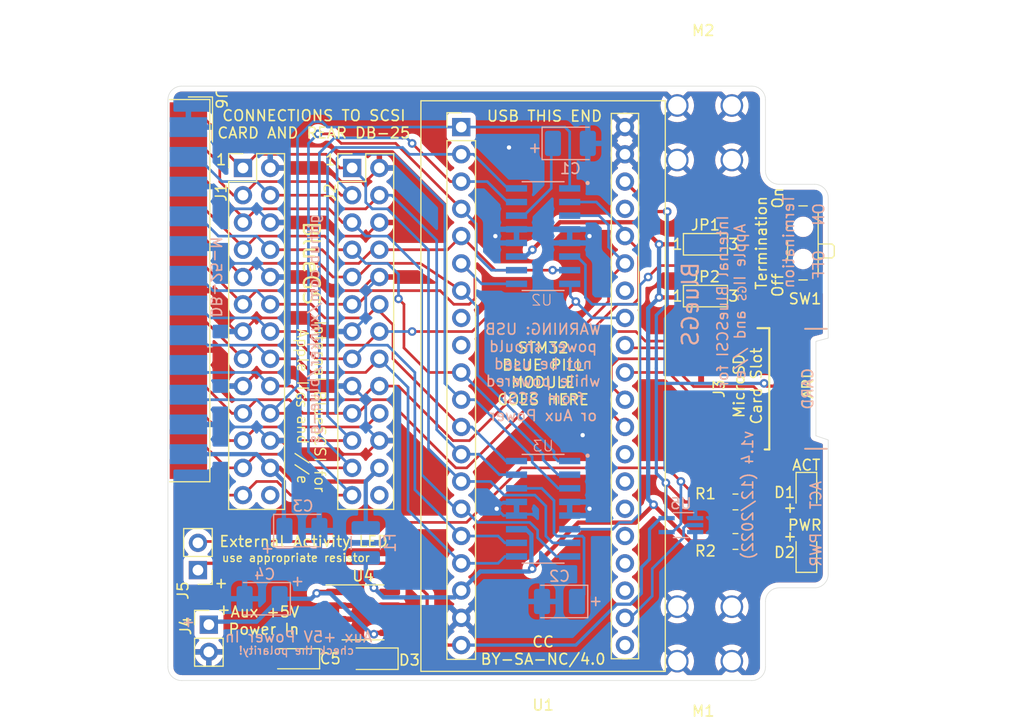
<source format=kicad_pcb>
(kicad_pcb (version 20211014) (generator pcbnew)
  (layers (0 "F.Cu" signal) (31 "B.Cu" signal) (34 "B.Paste" user) (35 "F.Paste" user) (36 "B.SilkS" user "B.Silkscreen") (37 "F.SilkS" user "F.Silkscreen") (38 "B.Mask" user) (39 "F.Mask" user) (44 "Edge.Cuts" user))
  (net 0 "")
  (net 12 "+5V")
  (net 13 "GND")
  (net 14 "/SCSI_DB4")
  (net 15 "/SCSI_DB2")
  (net 16 "/SCSI_DB1")
  (net 17 "/SCSI_DBP")
  (net 18 "/SCSI_SEL")
  (net 19 "/SCSI_ATN")
  (net 20 "/SCSI_C_D")
  (net 21 "/SCSI_DB7")
  (net 22 "/SCSI_DB6")
  (net 23 "/SCSI_DB5")
  (net 24 "/SCSI_DB3")
  (net 25 "/SCSI_DB0")
  (net 26 "/SCSI_BSY")
  (net 27 "/SCSI_ACK")
  (net 28 "/SCSI_RST")
  (net 29 "/SCSI_I_O")
  (net 30 "/SCSI_MSG")
  (net 31 "/SCSI_REQ")
  (net 32 "/SD_MISO")
  (net 33 "/SD_CSK")
  (net 34 "+3V3")
  (net 35 "/SD_MOSI")
  (net 36 "/SD_CS")
  (net 39 "Net-(D2-Pad2)")
  (net 40 "Net-(C1-Pad1)")
  (net 41 "Net-(C2-Pad1)")
  (net 42 "/TERM_DISC")
  (net 43 "Net-(D1-Pad1)")
  (net 44 "/DEBUG_RX")
  (net 45 "/DEBUG_TX")
  (net 46 "/+5V_AUX")
  (net 47 "Net-(C5-Pad1)")
  (net 48 "/TERM_EN")
  (net 49 "/TERM_DIS")
  (net 50 "/DISK_ACT")
  (net 51 "/SCSI_TERMPWR")
  (net 52 "Net-(D1-Pad2)")
  (footprint "my library:YAAJ_BluePill_2" (layer "F.Cu") (at 152.4 50.8)
    (fp_text reference "U1")
    (fp_text value "YAAJ_BluePill" hide)
  )
  (footprint "Button_Switch_SMD:SW_SPDT_PCM12" (layer "F.Cu") (at 183.896 61.595 90)
    (fp_text reference "SW1")
    (fp_text value "SW_SPDT")
  )
  (footprint "Resistor_SMD:R_0805_2012Metric_Pad1.20x1.40mm_HandSolder" (layer "F.Cu") (at 177.927 89.408 180)
    (fp_text reference "R2")
    (fp_text value "1K")
  )
  (footprint "LED_SMD:LED_0805_2012Metric_Pad1.15x1.40mm_HandSolder" (layer "F.Cu") (at 184.531 84.836 -90)
    (fp_text reference "D1")
    (fp_text value "LED")
  )
  (footprint "Jumper:SolderJumper-3_P1.3mm_Open_Pad1.0x1.5mm_NumberLabels" (layer "F.Cu") (at 175.133 66.548)
    (fp_text reference "JP2")
    (fp_text value "Jumper_3_Open")
  )
  (footprint "Jumper:SolderJumper-3_P1.3mm_Open_Pad1.0x1.5mm_NumberLabels" (layer "F.Cu") (at 175.133 61.722)
    (fp_text reference "JP1")
    (fp_text value "Jumper_3_Open")
  )
  (footprint "Resistor_SMD:R_0805_2012Metric_Pad1.20x1.40mm_HandSolder" (layer "F.Cu") (at 177.927 85.725)
    (fp_text reference "R1")
    (fp_text value "100")
  )
  (footprint "Connector_PinHeader_2.54mm:PinHeader_2x13_P2.54mm_Vertical" (layer "F.Cu") (at 132.08 54.61)
    (fp_text reference "J1")
    (fp_text value "Conn_02x13_Odd_Even")
  )
  (footprint "Connector_PinHeader_2.54mm:PinHeader_2x13_P2.54mm_Vertical" (layer "F.Cu") (at 142.24 54.61)
    (fp_text reference "J2")
    (fp_text value "Conn_02x13_Odd_Even")
  )
  (footprint "Connector_PinHeader_2.54mm:PinHeader_1x02_P2.54mm_Vertical" (layer "F.Cu") (at 128.905 97.155)
    (fp_text reference "J4")
    (fp_text value "Conn_01x02_Male")
  )
  (footprint "Connector_PinHeader_2.54mm:PinHeader_1x02_P2.54mm_Vertical" (layer "F.Cu") (at 127.889 92.075 180)
    (fp_text reference "J5")
    (fp_text value "Conn_01x02_Male")
  )
  (footprint "my library:keystone-7774" (layer "F.Cu") (at 180.771 100.561 180)
    (fp_text reference "M1")
    (fp_text value "Screw_Terminal_01x01")
  )
  (footprint "my library:keystone-7774" (layer "F.Cu") (at 180.771 53.871 180)
    (fp_text reference "M2")
    (fp_text value "Screw_Terminal_01x01")
  )
  (footprint "LED_SMD:LED_0805_2012Metric_Pad1.15x1.40mm_HandSolder" (layer "F.Cu") (at 184.531 90.424 90)
    (fp_text reference "D2")
    (fp_text value "LED")
  )
  (footprint "Molex 105162-0001:105162-0001" (layer "F.Cu") (at 174.625 75.184 90)
    (fp_text reference "J3")
    (fp_text value "105162-0001")
  )
  (footprint "Connector_Dsub:DSUB-25_Male_EdgeMount_P2.77mm" (layer "F.Cu") (at 127 66.04 -90)
    (fp_text reference "J6")
    (fp_text value "DB25_Male")
  )
  (footprint "Diode_SMD:D_SOD-123" (layer "F.Cu") (at 144.272 100.33 180)
    (fp_text reference "D3")
    (fp_text value "Zener 5.6v")
  )
  (footprint "Capacitor_Tantalum_SMD:CP_EIA-3216-10_Kemet-I" (layer "F.Cu") (at 136.906 100.33 180)
    (fp_text reference "C5")
    (fp_text value "0.1uF")
  )
  (footprint "Package_SO:SOIC-8_3.9x4.9mm_P1.27mm" (layer "F.Cu") (at 143.256 96.012)
    (fp_text reference "U4")
    (fp_text value "UCC3916")
  )
  (footprint "Capacitor_Tantalum_SMD:CP_EIA-3528-21_Kemet-B_Pad1.50x2.35mm_HandSolder" (layer "B.Cu") (at 162.56 52.324)
    (fp_text reference "C1")
    (fp_text value "2.2uF, 6.3v")
  )
  (footprint "my library:SOIC127P600X175-16N" (layer "B.Cu") (at 160.02 86.36 180)
    (fp_text reference "U3")
    (fp_text value "UC560x, UCC56xx")
  )
  (footprint "Capacitor_Tantalum_SMD:CP_EIA-3528-21_Kemet-B_Pad1.50x2.35mm_HandSolder" (layer "B.Cu") (at 137.567 88.392)
    (fp_text reference "C3")
    (fp_text value "4.7uF, 6.3v")
  )
  (footprint "Capacitor_Tantalum_SMD:CP_EIA-3528-21_Kemet-B_Pad1.50x2.35mm_HandSolder" (layer "B.Cu") (at 161.544 94.996 180)
    (fp_text reference "C2")
    (fp_text value "2.2uF, 6.3v")
  )
  (footprint "my library:SOIC127P600X175-16N" (layer "B.Cu") (at 160.02 60.96 180)
    (fp_text reference "U2")
    (fp_text value "UC560x, UCC56xx")
  )
  (footprint "Fuse:Fuse_1210_3225Metric" (layer "B.Cu") (at 143.51 89.535 90)
    (fp_text reference "F1")
    (fp_text value "Fuse")
  )
  (footprint "Package_TO_SOT_SMD:SOT-353_SC-70-5_Handsoldering" (layer "B.Cu") (at 172.847 87.884 180)
    (fp_text reference "U5")
    (fp_text value "NL17SZ07DFT2G")
  )
  (footprint "Capacitor_Tantalum_SMD:CP_EIA-3528-21_Kemet-B_Pad1.50x2.35mm_HandSolder" (layer "B.Cu") (at 133.858 94.742 180)
    (fp_text reference "C4")
    (fp_text value "1uF")
  )
  (gr_line (start 184.404 69.596) (end 186.436 69.596) (layer "B.SilkS") (width 0.15))
  (gr_line (start 184.404 80.772) (end 186.436 80.772) (layer "B.SilkS") (width 0.15))
  (gr_line (start 184.404 80.772) (end 186.436 80.772) (layer "F.SilkS") (width 0.15))
  (gr_line (start 184.404 69.596) (end 186.436 69.596) (layer "F.SilkS") (width 0.15))
  (gr_line (start 186.563 79.9465) (end 186.563 92.456) (layer "Edge.Cuts") (width 0.05))
  (gr_line (start 125.095 101.092) (end 125.095 48.26) (layer "Edge.Cuts") (width 0.05))
  (gr_line (start 181.991 56.134) (end 185.293 56.134) (layer "Edge.Cuts") (width 0.05))
  (gr_line (start 180.721 94.996) (end 180.721 101.092) (layer "Edge.Cuts") (width 0.05))
  (gr_arc (start 185.293 56.134) (mid 186.191026 56.505974) (end 186.563 57.404) (layer "Edge.Cuts") (width 0.05))
  (gr_arc (start 186.563 92.456) (mid 186.191026 93.354026) (end 185.293 93.726) (layer "Edge.Cuts") (width 0.05))
  (gr_arc (start 181.991 56.134) (mid 181.092974 55.762026) (end 180.721 54.864) (layer "Edge.Cuts") (width 0.05))
  (gr_line (start 180.721 48.26) (end 180.721 54.864) (layer "Edge.Cuts") (width 0.05))
  (gr_arc (start 180.721 94.996) (mid 181.092974 94.097974) (end 181.991 93.726) (layer "Edge.Cuts") (width 0.05))
  (gr_line (start 181.991 93.726) (end 185.293 93.726) (layer "Edge.Cuts") (width 0.05))
  (gr_line (start 126.365 46.99) (end 179.451 46.99) (layer "Edge.Cuts") (width 0.05))
  (gr_line (start 179.451 102.362) (end 126.365 102.362) (layer "Edge.Cuts") (width 0.05))
  (gr_arc (start 126.365 102.362) (mid 125.466974 101.990026) (end 125.095 101.092) (layer "Edge.Cuts") (width 0.05))
  (gr_line (start 185.42 70.7644) (end 185.42 79.5655) (layer "Edge.Cuts") (width 0.05))
  (gr_arc (start 180.721 101.092) (mid 180.349026 101.990026) (end 179.451 102.362) (layer "Edge.Cuts") (width 0.05))
  (gr_arc (start 125.095 48.26) (mid 125.466974 47.361974) (end 126.365 46.99) (layer "Edge.Cuts") (width 0.05))
  (gr_line (start 186.563 57.404) (end 186.563 70.4596) (layer "Edge.Cuts") (width 0.05))
  (gr_line (start 185.42 70.7644) (end 186.563 70.4596) (layer "Edge.Cuts") (width 0.05))
  (gr_arc (start 179.451 46.99) (mid 180.349026 47.361974) (end 180.721 48.26) (layer "Edge.Cuts") (width 0.05))
  (gr_line (start 186.563 79.9465) (end 185.42 79.5655) (layer "Edge.Cuts") (width 0.05))
  (gr_text "ACT" (at 185.42 85.09 90) (layer "B.SilkS") (effects (font (size 1 1)) (justify mirror)))
  (gr_text "PWR" (at 185.42 90.17 90) (layer "B.SilkS") (effects (font (size 1 1)) (justify mirror)))
  (gr_text "ON   OFF" (at 185.674 61.468 90) (layer "B.SilkS") (effects (font (size 1 1)) (justify mirror)))
  (gr_text "github.com/xunker/blue-gs" (at 138.684 69.596 90) (layer "B.SilkS") (effects (font (size 1 1)) (justify mirror)))
  (gr_text "Internal BlueSCSI for\nApple II   and //e" (at 177.546 67.056 90) (layer "B.SilkS") (effects (font (size 1 1)) (justify mirror)))
  (gr_text "+" (at 134.366 90.17 -180) (layer "B.SilkS") (effects (font (size 1 1)) (justify mirror)))
  (gr_text "CARD" (at 184.658 75.184 90) (layer "B.SilkS") (effects (font (size 1 1)) (justify mirror)))
  (gr_text "Termination" (at 182.88 61.468 90) (layer "B.SilkS") (effects (font (size 1 1)) (justify mirror)))
  (gr_text "+" (at 137.16 93.218 -180) (layer "B.SilkS") (effects (font (size 1 1)) (justify mirror)))
  (gr_text "BlueGS" (at 173.736 67.31 90) (layer "B.SilkS") (effects (font (size 1.5 1.5) (thickness 0.2)) (justify mirror)))
  (gr_text "check the polarity!" (at 142.494 99.568) (layer "B.SilkS") (effects (font (size 0.75 0.75) (thickness 0.125)) (justify left mirror)))
  (gr_text "Aux +5V Power In" (at 130.302 98.298) (layer "B.SilkS") (effects (font (size 1 1)) (justify right mirror)))
  (gr_text "DB-25-M" (at 129.54 64.77 270) (layer "B.SilkS") (effects (font (size 1 1)) (justify mirror)))
  (gr_text "+" (at 159.258 52.705) (layer "B.SilkS") (effects (font (size 1 1)) (justify mirror)))
  (gr_text "+" (at 164.846 94.996 90) (layer "B.SilkS") (effects (font (size 1 1)) (justify mirror)))
  (gr_text "+" (at 127 97.028 -180) (layer "B.SilkS") (effects (font (size 1 1)) (justify mirror)))
  (gr_text "GS" (at 178.562 66.294 -270) (layer "B.SilkS") (effects (font (size 0.75 0.75) (thickness 0.125)) (justify mirror)))
  (gr_text "WARNING: USB\npower should\nnot be used\nwhile powered\nfrom SCSI\nor Aux Power" (at 160.02 73.66) (layer "B.SilkS") (effects (font (size 1 1)) (justify mirror)))
  (gr_text "v1.4 (12/2022)" (at 179.07 85.09 90) (layer "B.SilkS") (effects (font (size 1 1)) (justify mirror)))
  (gr_text "Aux +5V\nPower In" (at 137.414 96.774) (layer "F.SilkS") (effects (font (size 1 1)) (justify right)))
  (gr_text "BlueGS" (at 138.43 63.5 270) (layer "F.SilkS") (effects (font (size 1.5 1.5) (thickness 0.2))))
  (gr_text "+" (at 130.048 93.405 180) (layer "F.SilkS") (effects (font (size 1 1))))
  (gr_text "Internal BlueSCSI for\nApple II   and //e\n" (at 138.43 76.835 270) (layer "F.SilkS") (effects (font (size 1 1) (thickness 0.125))))
  (gr_text "PWR" (at 186.055 87.884) (layer "F.SilkS") (effects (font (size 1 1)) (justify right)))
  (gr_text "External Activity LED" (at 129.794 89.408) (layer "F.SilkS") (effects (font (size 1 1)) (justify left)))
  (gr_text "+" (at 183.007 88.9) (layer "F.SilkS") (effects (font (size 1 1))))
  (gr_text "MicroSD\nCard Slot" (at 179.07 74.93 90) (layer "F.SilkS") (effects (font (size 1 1))))
  (gr_text "CARD" (at 184.658 75.184 90) (layer "F.SilkS") (effects (font (size 1 1))))
  (gr_text "CONNECTIONS TO SCSI\nCARD AND REAR DB-25" (at 138.684 50.546) (layer "F.SilkS") (effects (font (size 1 1))))
  (gr_text "On" (at 181.864 57.404 90) (layer "F.SilkS") (effects (font (size 1 1))))
  (gr_text "Termination" (at 180.34 61.595 90) (layer "F.SilkS") (effects (font (size 1 1))))
  (gr_text "STM32\nBLUE PILL\nMODULE\nGOES HERE" (at 160.02 73.787) (layer "F.SilkS") (effects (font (size 1 1))))
  (gr_text "USB THIS END" (at 160.147 49.784) (layer "F.SilkS") (effects (font (size 1 1))))
  (gr_text "CC\nBY-SA-NC/4.0" (at 160.02 99.568) (layer "F.SilkS") (effects (font (size 1 1))))
  (gr_text "use appropriate resistor" (at 130.048 90.932) (layer "F.SilkS") (effects (font (size 0.75 0.75) (thickness 0.125)) (justify left)))
  (gr_text "+" (at 130.302 95.885 180) (layer "F.SilkS") (effects (font (size 1 1))))
  (gr_text "+" (at 183.007 86.233) (layer "F.SilkS") (effects (font (size 1 1))))
  (gr_text "1" (at 130.048 53.848) (layer "F.SilkS") (effects (font (size 1 1))))
  (gr_text "GS" (at 137.414 76.2 270) (layer "F.SilkS") (effects (font (size 0.75 0.75) (thickness 0.125))))
  (gr_text "ACT" (at 185.928 82.296) (layer "F.SilkS") (effects (font (size 1 1)) (justify right)))
  (gr_text "1" (at 140.208 53.848) (layer "F.SilkS") (effects (font (size 1 1))))
  (gr_text "Off" (at 181.864 65.532 90) (layer "F.SilkS") (effects (font (size 1 1))))
  (segment (start 173.736 89.408) (end 170.307 85.979) (width 0.4) (layer "F.Cu") (net 12))
  (segment (start 159.02532 62.233641) (end 161.58796 59.671001) (width 0.4) (layer "F.Cu") (net 12))
  (segment (start 163.301511 87.650489) (end 168.635511 87.650489) (width 0.4) (layer "F.Cu") (net 12))
  (segment (start 159.004 91.948) (end 163.301511 87.650489) (width 0.4) (layer "F.Cu") (net 12))
  (segment (start 144.653 94.107) (end 145.731 94.107) (width 0.4) (layer "F.Cu") (net 12))
  (segment (start 176.927 89.408) (end 173.736 89.408) (width 0.4) (layer "F.Cu") (net 12))
  (segment (start 161.58796 59.671001) (end 168.764001 59.671001) (width 0.4) (layer "F.Cu") (net 12))
  (segment (start 168.764001 59.671001) (end 170.815 61.722) (width 0.4) (layer "F.Cu") (net 12))
  (segment (start 144.272 93.726) (end 144.653 94.107) (width 0.4) (layer "F.Cu") (net 12))
  (segment (start 168.635511 87.650489) (end 170.307 85.979) (width 0.4) (layer "F.Cu") (net 12))
  (segment (start 173.579 66.675) (end 170.814998 66.675) (width 0.4) (layer "F.Cu") (net 12))
  (segment (start 173.833 61.722) (end 170.815 61.722) (width 0.4) (layer "F.Cu") (net 12))
  (segment (start 173.833 66.421) (end 173.579 66.675) (width 0.4) (layer "F.Cu") (net 12))
  (via (at 144.272 93.726) (size 0.8) (drill 0.4) (layers "F.Cu" "B.Cu") (net 12))
  (via (at 170.815 61.722) (size 0.8) (drill 0.4) (layers "F.Cu" "B.Cu") (net 12))
  (via (at 170.307 85.979) (size 0.8) (drill 0.4) (layers "F.Cu" "B.Cu") (net 12))
  (via (at 159.02532 62.233641) (size 0.8) (drill 0.4) (layers "F.Cu" "B.Cu") (net 12))
  (via (at 159.004 91.948) (size 0.8) (drill 0.4) (layers "F.Cu" "B.Cu") (net 12))
  (via (at 170.814998 66.675) (size 0.8) (drill 0.4) (layers "F.Cu" "B.Cu") (net 12))
  (segment (start 158.4265 88.265) (end 157.545 88.265) (width 0.4) (layer "B.Cu") (net 12))
  (segment (start 159.004 91.948) (end 158.929511 91.873511) (width 0.4) (layer "B.Cu") (net 12))
  (segment (start 157.545 62.865) (end 158.393961 62.865) (width 0.4) (layer "B.Cu") (net 12))
  (segment (start 154.178 92.202) (end 152.4 93.98) (width 0.4) (layer "B.Cu") (net 12))
  (segment (start 144.272 93.726) (end 145.161 94.615) (width 0.4) (layer "B.Cu") (net 12))
  (segment (start 151.765 94.615) (end 152.4 93.98) (width 0.4) (layer "B.Cu") (net 12))
  (segment (start 143.51 92.964) (end 143.51 90.935) (width 0.4) (layer "B.Cu") (net 12))
  (segment (start 144.272 93.726) (end 143.51 92.964) (width 0.4) (layer "B.Cu") (net 12))
  (segment (start 169.799 85.471) (end 170.307 85.979) (width 0.4) (layer "B.Cu") (net 12))
  (segment (start 158.393961 62.865) (end 159.02532 62.233641) (width 0.4) (layer "B.Cu") (net 12))
  (segment (start 158.929511 88.768011) (end 158.4265 88.265) (width 0.4) (layer "B.Cu") (net 12))
  (segment (start 170.814998 61.722002) (end 170.815 61.722) (width 0.4) (layer "B.Cu") (net 12))
  (segment (start 158.929511 91.873511) (end 158.929511 88.768011) (width 0.4) (layer "B.Cu") (net 12))
  (segment (start 158.75 92.202) (end 154.178 92.202) (width 0.4) (layer "B.Cu") (net 12))
  (segment (start 145.161 94.615) (end 151.765 94.615) (width 0.4) (layer "B.Cu") (net 12))
  (segment (start 169.799 67.690998) (end 169.799 85.471) (width 0.4) (layer "B.Cu") (net 12))
  (segment (start 170.814998 66.675) (end 170.814998 61.722002) (width 0.4) (layer "B.Cu") (net 12))
  (segment (start 170.814998 66.675) (end 169.799 67.690998) (width 0.4) (layer "B.Cu") (net 12))
  (segment (start 159.004 91.948) (end 158.75 92.202) (width 0.4) (layer "B.Cu") (net 12))
  (segment (start 134.62 64.77) (end 138.938 64.77) (width 0.25) (layer "F.Cu") (net 13))
  (segment (start 143.002 66.04) (end 144.272 64.77) (width 0.25) (layer "F.Cu") (net 13))
  (segment (start 138.938 64.77) (end 140.208 66.04) (width 0.25) (layer "F.Cu") (net 13))
  (segment (start 140.208 66.04) (end 143.002 66.04) (width 0.25) (layer "F.Cu") (net 13))
  (segment (start 144.272 64.77) (end 144.78 64.77) (width 0.25) (layer "F.Cu") (net 13))
  (segment (start 134.62 54.61) (end 139.954 54.61) (width 0.25) (layer "F.Cu") (net 13))
  (segment (start 139.954 54.61) (end 141.224 55.88) (width 0.25) (layer "F.Cu") (net 13))
  (segment (start 141.224 55.88) (end 143.51 55.88) (width 0.25) (layer "F.Cu") (net 13))
  (segment (start 143.51 55.88) (end 144.78 54.61) (width 0.25) (layer "F.Cu") (net 13))
  (segment (start 132.08 69.85) (end 133.35 68.58) (width 0.25) (layer "F.Cu") (net 13))
  (segment (start 138.176 68.58) (end 139.446 69.85) (width 0.25) (layer "F.Cu") (net 13))
  (segment (start 133.35 68.58) (end 138.176 68.58) (width 0.25) (layer "F.Cu") (net 13))
  (segment (start 139.446 69.85) (end 142.24 69.85) (width 0.25) (layer "F.Cu") (net 13))
  (segment (start 142.24 74.93) (end 138.176 74.93) (width 0.25) (layer "F.Cu") (net 13))
  (segment (start 138.176 74.93) (end 136.906 73.66) (width 0.25) (layer "F.Cu") (net 13))
  (segment (start 136.906 73.66) (end 133.35 73.66) (width 0.25) (layer "F.Cu") (net 13))
  (segment (start 133.35 73.66) (end 132.08 74.93) (width 0.25) (layer "F.Cu") (net 13))
  (segment (start 134.62 80.01) (end 135.636 80.01) (width 0.25) (layer "F.Cu") (net 13))
  (segment (start 135.636 80.01) (end 136.906 81.28) (width 0.25) (layer "F.Cu") (net 13))
  (segment (start 136.906 81.28) (end 143.51 81.28) (width 0.25) (layer "F.Cu") (net 13))
  (segment (start 143.51 81.28) (end 144.78 80.01) (width 0.25) (layer "F.Cu") (net 13))
  (segment (start 134.62 59.69) (end 139.954 59.69) (width 0.25) (layer "F.Cu") (net 13))
  (segment (start 141.224 60.96) (end 143.51 60.96) (width 0.25) (layer "F.Cu") (net 13))
  (segment (start 139.954 59.69) (end 141.224 60.96) (width 0.25) (layer "F.Cu") (net 13))
  (segment (start 143.51 60.96) (end 144.78 59.69) (width 0.25) (layer "F.Cu") (net 13))
  (segment (start 131.445 69.85) (end 130.175 68.58) (width 0.25) (layer "F.Cu") (net 13))
  (segment (start 130.175 68.58) (end 130.175 67.31) (width 0.25) (layer "F.Cu") (net 13))
  (segment (start 130.175 67.31) (end 128.905 66.04) (width 0.25) (layer "F.Cu") (net 13))
  (segment (start 132.08 69.85) (end 131.445 69.85) (width 0.25) (layer "F.Cu") (net 13))
  (segment (start 128.905 66.04) (end 127 66.04) (width 0.25) (layer "F.Cu") (net 13))
  (via (at 164.338 86.36) (size 0.8) (drill 0.4) (layers "F.Cu" "B.Cu") (net 13))
  (via (at 156.845 52.705) (size 0.8) (drill 0.4) (layers "F.Cu" "B.Cu") (net 13))
  (via (at 164.338 60.96) (size 0.8) (drill 0.4) (layers "F.Cu" "B.Cu") (net 13))
  (via (at 155.575 60.96) (size 0.8) (drill 0.4) (layers "F.Cu" "B.Cu") (net 13))
  (via (at 155.702 86.36) (size 0.8) (drill 0.4) (layers "F.Cu" "B.Cu") (net 13))
  (via (at 163.703 79.502) (size 0.8) (drill 0.4) (layers "F.Cu" "B.Cu") (net 13))
  (segment (start 142.24 74.93) (end 143.51 76.2) (width 0.25) (layer "B.Cu") (net 13))
  (segment (start 143.51 76.2) (end 143.51 78.74) (width 0.25) (layer "B.Cu") (net 13))
  (segment (start 143.51 78.74) (end 144.78 80.01) (width 0.25) (layer "B.Cu") (net 13))
  (segment (start 144.78 64.77) (end 143.51 66.04) (width 0.25) (layer "B.Cu") (net 13))
  (segment (start 143.51 66.04) (end 143.51 68.58) (width 0.25) (layer "B.Cu") (net 13))
  (segment (start 134.62 80.01) (end 133.35 78.74) (width 0.25) (layer "B.Cu") (net 13))
  (segment (start 143.51 68.58) (end 143.4465 68.6435) (width 0.25) (layer "B.Cu") (net 13))
  (segment (start 157.545 60.325) (end 162.495 60.325) (width 0.25) (layer "B.Cu") (net 13))
  (segment (start 130.175 78.74) (end 129.94 78.505) (width 0.25) (layer "B.Cu") (net 13))
  (segment (start 129.54 62.23) (end 127.345 62.23) (width 0.25) (layer "B.Cu") (net 13))
  (segment (start 127.345 62.23) (end 127 61.885) (width 0.25) (layer "B.Cu") (net 13))
  (segment (start 130.175 58.42) (end 130.175 57.15) (width 0.25) (layer "B.Cu") (net 13))
  (segment (start 134.62 59.69) (end 133.35 58.42) (width 0.25) (layer "B.Cu") (net 13))
  (segment (start 156.337 85.725) (end 157.545 85.725) (width 0.25) (layer "B.Cu") (net 13))
  (segment (start 156.337 86.995) (end 157.545 86.995) (width 0.25) (layer "B.Cu") (net 13))
  (segment (start 143.4465 68.6435) (end 142.24 69.85) (width 0.25) (layer "B.Cu") (net 13))
  (segment (start 133.35 78.74) (end 130.175 78.74) (width 0.25) (layer "B.Cu") (net 13))
  (segment (start 134.62 64.77) (end 133.35 63.5) (width 0.25) (layer "B.Cu") (net 13))
  (segment (start 130.175 57.15) (end 129.37 56.345) (width 0.25) (layer "B.Cu") (net 13))
  (segment (start 157.545 85.725) (end 157.545 86.995) (width 0.25) (layer "B.Cu") (net 13))
  (segment (start 155.702 86.36) (end 156.337 85.725) (width 0.25) (layer "B.Cu") (net 13))
  (segment (start 129.37 56.345) (end 127 56.345) (width 0.25) (layer "B.Cu") (net 13))
  (segment (start 130.81 63.5) (end 129.54 62.23) (width 0.25) (layer "B.Cu") (net 13))
  (segment (start 174.197 93.745) (end 172.461 95.481) (width 0.25) (layer "B.Cu") (net 13))
  (segment (start 133.35 63.5) (end 130.81 63.5) (width 0.25) (layer "B.Cu") (net 13))
  (segment (start 129.94 78.505) (end 127 78.505) (width 0.25) (layer "B.Cu") (net 13))
  (segment (start 133.35 58.42) (end 130.175 58.42) (width 0.25) (layer "B.Cu") (net 13))
  (segment (start 174.197 88.58) (end 174.197 93.745) (width 0.25) (layer "B.Cu") (net 13))
  (segment (start 155.702 86.36) (end 156.337 86.995) (width 0.25) (layer "B.Cu") (net 13))
  (segment (start 134.62 77.47) (end 136.144 77.47) (width 0.25) (layer "F.Cu") (net 14))
  (segment (start 136.144 77.47) (end 137.414 78.74) (width 0.25) (layer "F.Cu") (net 14))
  (segment (start 137.414 78.74) (end 143.51 78.74) (width 0.25) (layer "F.Cu") (net 14))
  (segment (start 143.51 78.74) (end 144.78 77.47) (width 0.25) (layer "F.Cu") (net 14))
  (segment (start 137.16 74.93) (end 137.16 51.758998) (width 0.25) (layer "B.Cu") (net 14))
  (segment (start 127.465 76.2) (end 133.35 76.2) (width 0.25) (layer "B.Cu") (net 14))
  (segment (start 152.4 50.8) (end 162.052 50.8) (width 0.25) (layer "B.Cu") (net 14))
  (segment (start 139.954 50.8) (end 152.4 50.8) (width 0.25) (layer "B.Cu") (net 14))
  (segment (start 139.446 50.292) (end 139.954 50.8) (width 0.25) (layer "B.Cu") (net 14))
  (segment (start 162.495 51.243) (end 162.495 56.515) (width 0.25) (layer "B.Cu") (net 14))
  (segment (start 127 75.735) (end 127.465 76.2) (width 0.25) (layer "B.Cu") (net 14))
  (segment (start 162.052 50.8) (end 162.495 51.243) (width 0.25) (layer "B.Cu") (net 14))
  (segment (start 134.62 77.47) (end 137.16 74.93) (width 0.25) (layer "B.Cu") (net 14))
  (segment (start 133.35 76.2) (end 134.62 77.47) (width 0.25) (layer "B.Cu") (net 14))
  (segment (start 138.626998 50.292) (end 139.446 50.292) (width 0.25) (layer "B.Cu") (net 14))
  (segment (start 137.16 51.758998) (end 138.626998 50.292) (width 0.25) (layer "B.Cu") (net 14))
  (segment (start 136.62025 74.93) (end 137.89025 76.2) (width 0.25) (layer "F.Cu") (net 15))
  (segment (start 144.272 74.93) (end 144.78 74.93) (width 0.25) (layer "F.Cu") (net 15))
  (segment (start 137.89025 76.2) (end 143.002 76.2) (width 0.25) (layer "F.Cu") (net 15))
  (segment (start 134.62 74.93) (end 136.62025 74.93) (width 0.25) (layer "F.Cu") (net 15))
  (segment (start 143.002 76.2) (end 144.272 74.93) (width 0.25) (layer "F.Cu") (net 15))
  (segment (start 166.116 67.056) (end 166.116 65.024) (width 0.25) (layer "F.Cu") (net 15))
  (segment (start 151.638 80.01) (end 153.162 80.01) (width 0.25) (layer "F.Cu") (net 15))
  (segment (start 144.78 74.93) (end 146.558 74.93) (width 0.25) (layer "F.Cu") (net 15))
  (segment (start 166.116 65.024) (end 167.64 63.5) (width 0.25) (layer "F.Cu") (net 15))
  (segment (start 146.558 74.93) (end 151.638 80.01) (width 0.25) (layer "F.Cu") (net 15))
  (segment (start 153.162 80.01) (end 166.116 67.056) (width 0.25) (layer "F.Cu") (net 15))
  (segment (start 166.116 59.944) (end 166.116 61.976) (width 0.25) (layer "B.Cu") (net 15))
  (segment (start 127 72.965) (end 127.695 73.66) (width 0.25) (layer "B.Cu") (net 15))
  (segment (start 162.495 59.055) (end 165.227 59.055) (width 0.25) (layer "B.Cu") (net 15))
  (segment (start 133.35 73.66) (end 134.62 74.93) (width 0.25) (layer "B.Cu") (net 15))
  (segment (start 165.227 59.055) (end 166.116 59.944) (width 0.25) (layer "B.Cu") (net 15))
  (segment (start 166.116 61.976) (end 167.64 63.5) (width 0.25) (layer "B.Cu") (net 15))
  (segment (start 127.695 73.66) (end 133.35 73.66) (width 0.25) (layer "B.Cu") (net 15))
  (segment (start 137.16 72.39) (end 138.43 73.66) (width 0.25) (layer "F.Cu") (net 16))
  (segment (start 138.43 73.66) (end 143.51 73.66) (width 0.25) (layer "F.Cu") (net 16))
  (segment (start 134.62 72.39) (end 137.16 72.39) (width 0.25) (layer "F.Cu") (net 16))
  (segment (start 143.51 73.66) (end 144.78 72.39) (width 0.25) (layer "F.Cu") (net 16))
  (segment (start 144.78 72.39) (end 147.447 75.057) (width 0.25) (layer "B.Cu") (net 16))
  (segment (start 156.464 90.805) (end 157.545 90.805) (width 0.25) (layer "B.Cu") (net 16))
  (segment (start 147.447 86.487) (end 152.4 91.44) (width 0.25) (layer "B.Cu") (net 16))
  (segment (start 152.4 91.44) (end 155.829 91.44) (width 0.25) (layer "B.Cu") (net 16))
  (segment (start 128.778 71.12) (end 133.35 71.12) (width 0.25) (layer "B.Cu") (net 16))
  (segment (start 147.447 75.057) (end 147.447 86.487) (width 0.25) (layer "B.Cu") (net 16))
  (segment (start 133.35 71.12) (end 134.62 72.39) (width 0.25) (layer "B.Cu") (net 16))
  (segment (start 127 70.195) (end 127.853 70.195) (width 0.25) (layer "B.Cu") (net 16))
  (segment (start 127.853 70.195) (end 128.778 71.12) (width 0.25) (layer "B.Cu") (net 16))
  (segment (start 155.829 91.44) (end 156.464 90.805) (width 0.25) (layer "B.Cu") (net 16))
  (segment (start 143.51 71.12) (end 144.78 69.85) (width 0.25) (layer "F.Cu") (net 17))
  (segment (start 134.62 69.85) (end 137.922 69.85) (width 0.25) (layer "F.Cu") (net 17))
  (segment (start 137.922 69.85) (end 139.192 71.12) (width 0.25) (layer "F.Cu") (net 17))
  (segment (start 139.192 71.12) (end 143.51 71.12) (width 0.25) (layer "F.Cu") (net 17))
  (segment (start 162.306 67.818) (end 163.068 67.056) (width 0.25) (layer "F.Cu") (net 17))
  (segment (start 147.828 69.85) (end 153.416 69.85) (width 0.25) (layer "F.Cu") (net 17))
  (segment (start 153.416 69.85) (end 155.448 67.818) (width 0.25) (layer "F.Cu") (net 17))
  (segment (start 155.448 67.818) (end 162.306 67.818) (width 0.25) (layer "F.Cu") (net 17))
  (via (at 163.068 67.056) (size 0.8) (drill 0.4) (layers "F.Cu" "B.Cu") (net 17))
  (via (at 147.828 69.85) (size 0.8) (drill 0.4) (layers "F.Cu" "B.Cu") (net 17))
  (segment (start 129.038 68.58) (end 133.35 68.58) (width 0.25) (layer "B.Cu") (net 17))
  (segment (start 127.883 67.425) (end 129.038 68.58) (width 0.25) (layer "B.Cu") (net 17))
  (segment (start 163.068 67.056) (end 164.592 68.58) (width 0.25) (layer "B.Cu") (net 17))
  (segment (start 163.068 67.056) (end 162.56 66.548) (width 0.25) (layer "B.Cu") (net 17))
  (segment (start 127 67.425) (end 127.883 67.425) (width 0.25) (layer "B.Cu") (net 17))
  (segment (start 147.828 69.85) (end 144.78 69.85) (width 0.25) (layer "B.Cu") (net 17))
  (segment (start 133.35 68.58) (end 134.62 69.85) (width 0.25) (layer "B.Cu") (net 17))
  (segment (start 164.592 68.58) (end 167.64 68.58) (width 0.25) (layer "B.Cu") (net 17))
  (segment (start 162.56 66.548) (end 162.56 65.532) (width 0.25) (layer "B.Cu") (net 17))
  (segment (start 134.62 67.31) (end 138.43 67.31) (width 0.25) (layer "F.Cu") (net 18))
  (segment (start 138.43 67.31) (end 139.7 68.58) (width 0.25) (layer "F.Cu") (net 18))
  (segment (start 139.7 68.58) (end 143.51 68.58) (width 0.25) (layer "F.Cu") (net 18))
  (segment (start 143.51 68.58) (end 144.78 67.31) (width 0.25) (layer "F.Cu") (net 18))
  (segment (start 144.78 67.31) (end 144.78 67.945) (width 0.25) (layer "F.Cu") (net 18))
  (segment (start 146.05 72.39) (end 152.4 78.74) (width 0.25) (layer "F.Cu") (net 18))
  (segment (start 144.78 67.945) (end 146.05 69.215) (width 0.25) (layer "F.Cu") (net 18))
  (segment (start 146.05 69.215) (end 146.05 72.39) (width 0.25) (layer "F.Cu") (net 18))
  (segment (start 153.385 78.74) (end 156.56 81.915) (width 0.25) (layer "B.Cu") (net 18))
  (segment (start 156.56 81.915) (end 157.545 81.915) (width 0.25) (layer "B.Cu") (net 18))
  (segment (start 127.901 64.655) (end 129.286 66.04) (width 0.25) (layer "B.Cu") (net 18))
  (segment (start 133.35 66.04) (end 134.62 67.31) (width 0.25) (layer "B.Cu") (net 18))
  (segment (start 129.286 66.04) (end 133.35 66.04) (width 0.25) (layer "B.Cu") (net 18))
  (segment (start 152.4 78.74) (end 153.385 78.74) (width 0.25) (layer "B.Cu") (net 18))
  (segment (start 127 64.655) (end 127.901 64.655) (width 0.25) (layer "B.Cu") (net 18))
  (segment (start 144.14359 62.23) (end 144.78 62.23) (width 0.25) (layer "F.Cu") (net 19))
  (segment (start 140.716 63.5) (end 142.87359 63.5) (width 0.25) (layer "F.Cu") (net 19))
  (segment (start 134.62 62.23) (end 139.446 62.23) (width 0.25) (layer "F.Cu") (net 19))
  (segment (start 139.446 62.23) (end 140.716 63.5) (width 0.25) (layer "F.Cu") (net 19))
  (segment (start 142.87359 63.5) (end 144.14359 62.23) (width 0.25) (layer "F.Cu") (net 19))
  (segment (start 144.78 62.23) (end 151.13 62.23) (width 0.25) (layer "F.Cu") (net 19))
  (segment (start 152.4 60.96) (end 155.575 64.135) (width 0.25) (layer "F.Cu") (net 19))
  (segment (start 155.575 64.135) (end 160.909 64.135) (width 0.25) (layer "F.Cu") (net 19))
  (segment (start 151.13 62.23) (end 152.4 60.96) (width 0.25) (layer "F.Cu") (net 19))
  (via (at 160.909 64.135) (size 0.8) (drill 0.4) (layers "F.Cu" "B.Cu") (net 19))
  (segment (start 162.495 64.135) (end 160.909 64.135) (width 0.25) (layer "B.Cu") (net 19))
  (segment (start 133.35 60.96) (end 134.62 62.23) (width 0.25) (layer "B.Cu") (net 19))
  (segment (start 127 59.115) (end 127.949 59.115) (width 0.25) (layer "B.Cu") (net 19))
  (segment (start 127.949 59.115) (end 129.794 60.96) (width 0.25) (layer "B.Cu") (net 19))
  (segment (start 129.794 60.96) (end 133.35 60.96) (width 0.25) (layer "B.Cu") (net 19))
  (segment (start 134.62 57.15) (end 139.954 57.15) (width 0.25) (layer "F.Cu") (net 20))
  (segment (start 139.954 57.15) (end 141.224 58.42) (width 0.25) (layer "F.Cu") (net 20))
  (segment (start 141.224 58.42) (end 143.51 58.42) (width 0.25) (layer "F.Cu") (net 20))
  (segment (start 143.51 58.42) (end 144.78 57.15) (width 0.25) (layer "F.Cu") (net 20))
  (segment (start 133.35 55.88) (end 134.62 57.15) (width 0.25) (layer "B.Cu") (net 20))
  (segment (start 145.923 57.15) (end 150.114 61.341) (width 0.25) (layer "B.Cu") (net 20))
  (segment (start 154.051 81.28) (end 155.956 83.185) (width 0.25) (layer "B.Cu") (net 20))
  (segment (start 127.816666 53.575) (end 130.121666 55.88) (width 0.25) (layer "B.Cu") (net 20))
  (segment (start 155.956 83.185) (end 157.545 83.185) (width 0.25) (layer "B.Cu") (net 20))
  (segment (start 130.121666 55.88) (end 133.35 55.88) (width 0.25) (layer "B.Cu") (net 20))
  (segment (start 144.78 57.15) (end 145.923 57.15) (width 0.25) (layer "B.Cu") (net 20))
  (segment (start 150.114 61.341) (end 150.114 78.994) (width 0.25) (layer "B.Cu") (net 20))
  (segment (start 152.4 81.28) (end 154.051 81.28) (width 0.25) (layer "B.Cu") (net 20))
  (segment (start 127 53.575) (end 127.816666 53.575) (width 0.25) (layer "B.Cu") (net 20))
  (segment (start 150.114 78.994) (end 152.4 81.28) (width 0.25) (layer "B.Cu") (net 20))
  (segment (start 136.525 85.09) (end 142.24 85.09) (width 0.25) (layer "F.Cu") (net 21))
  (segment (start 132.08 85.09) (end 133.35 83.82) (width 0.25) (layer "F.Cu") (net 21))
  (segment (start 146.304 52.324) (end 152.4 58.42) (width 0.25) (layer "F.Cu") (net 21))
  (segment (start 140.335 51.435) (end 141.224 52.324) (width 0.25) (layer "F.Cu") (net 21))
  (segment (start 130.175 85.09) (end 132.08 85.09) (width 0.25) (layer "F.Cu") (net 21))
  (segment (start 135.255 83.82) (end 136.525 85.09) (width 0.25) (layer "F.Cu") (net 21))
  (segment (start 127 82.66) (end 127.745 82.66) (width 0.25) (layer "F.Cu") (net 21))
  (segment (start 133.35 83.82) (end 135.255 83.82) (width 0.25) (layer "F.Cu") (net 21))
  (segment (start 141.224 52.324) (end 146.304 52.324) (width 0.25) (layer "F.Cu") (net 21))
  (segment (start 139.065 51.435) (end 140.335 51.435) (width 0.25) (layer "F.Cu") (net 21))
  (segment (start 127.745 82.66) (end 130.175 85.09) (width 0.25) (layer "F.Cu") (net 21))
  (via (at 139.065 51.435) (size 0.8) (drill 0.4) (layers "F.Cu" "B.Cu") (net 21))
  (segment (start 138.176 81.026) (end 142.24 85.09) (width 0.25) (layer "B.Cu") (net 21))
  (segment (start 152.4 58.42) (end 153.797 59.817) (width 0.25) (layer "B.Cu") (net 21))
  (segment (start 155.2067 64.135) (end 157.545 64.135) (width 0.25) (layer "B.Cu") (net 21))
  (segment (start 138.176 52.324) (end 138.176 81.026) (width 0.25) (layer "B.Cu") (net 21))
  (segment (start 139.065 51.435) (end 138.176 52.324) (width 0.25) (layer "B.Cu") (net 21))
  (segment (start 153.797 59.817) (end 153.797 62.7253) (width 0.25) (layer "B.Cu") (net 21))
  (segment (start 153.797 62.7253) (end 155.2067 64.135) (width 0.25) (layer "B.Cu") (net 21))
  (segment (start 133.35 81.28) (end 135.763 81.28) (width 0.25) (layer "F.Cu") (net 22))
  (segment (start 130.556 82.55) (end 132.08 82.55) (width 0.25) (layer "F.Cu") (net 22))
  (segment (start 127 79.89) (end 127.896 79.89) (width 0.25) (layer "F.Cu") (net 22))
  (segment (start 151.384 55.88) (end 152.4 55.88) (width 0.25) (layer "F.Cu") (net 22))
  (segment (start 132.08 82.55) (end 133.35 81.28) (width 0.25) (layer "F.Cu") (net 22))
  (segment (start 137.033 82.55) (end 142.24 82.55) (width 0.25) (layer "F.Cu") (net 22))
  (segment (start 147.828 52.324) (end 151.384 55.88) (width 0.25) (layer "F.Cu") (net 22))
  (segment (start 135.763 81.28) (end 137.033 82.55) (width 0.25) (layer "F.Cu") (net 22))
  (segment (start 127.896 79.89) (end 130.556 82.55) (width 0.25) (layer "F.Cu") (net 22))
  (via (at 147.828 52.324) (size 0.8) (drill 0.4) (layers "F.Cu" "B.Cu") (net 22))
  (segment (start 147.828 52.324) (end 147.32 51.816) (width 0.25) (layer "B.Cu") (net 22))
  (segment (start 154.813 55.88) (end 156.718 57.785) (width 0.25) (layer "B.Cu") (net 22))
  (segment (start 152.4 55.88) (end 154.813 55.88) (width 0.25) (layer "B.Cu") (net 22))
  (segment (start 139.192 79.502) (end 142.24 82.55) (width 0.25) (layer "B.Cu") (net 22))
  (segment (start 140.589 51.816) (end 139.192 53.213) (width 0.25) (layer "B.Cu") (net 22))
  (segment (start 139.192 53.213) (end 139.192 79.502) (width 0.25) (layer "B.Cu") (net 22))
  (segment (start 156.718 57.785) (end 157.545 57.785) (width 0.25) (layer "B.Cu") (net 22))
  (segment (start 147.32 51.816) (end 140.589 51.816) (width 0.25) (layer "B.Cu") (net 22))
  (segment (start 132.08 80.01) (end 133.35 78.74) (width 0.25) (layer "F.Cu") (net 23))
  (segment (start 133.35 78.74) (end 135.89 78.74) (width 0.25) (layer "F.Cu") (net 23))
  (segment (start 137.16 80.01) (end 142.24 80.01) (width 0.25) (layer "F.Cu") (net 23))
  (segment (start 135.89 78.74) (end 137.16 80.01) (width 0.25) (layer "F.Cu") (net 23))
  (segment (start 127 77.12) (end 127.92 77.12) (width 0.25) (layer "F.Cu") (net 23))
  (segment (start 127.92 77.12) (end 130.81 80.01) (width 0.25) (layer "F.Cu") (net 23))
  (segment (start 130.81 80.01) (end 132.08 80.01) (width 0.25) (layer "F.Cu") (net 23))
  (segment (start 139.954 53.467) (end 140.716 52.705) (width 0.25) (layer "B.Cu") (net 23))
  (segment (start 140.716 52.705) (end 146.939 52.705) (width 0.25) (layer "B.Cu") (net 23))
  (segment (start 139.954 77.724) (end 139.954 53.467) (width 0.25) (layer "B.Cu") (net 23))
  (segment (start 142.24 80.01) (end 139.954 77.724) (width 0.25) (layer "B.Cu") (net 23))
  (segment (start 156.718 56.515) (end 157.545 56.515) (width 0.25) (layer "B.Cu") (net 23))
  (segment (start 146.939 52.705) (end 147.574 53.34) (width 0.25) (layer "B.Cu") (net 23))
  (segment (start 153.543 53.34) (end 156.718 56.515) (width 0.25) (layer "B.Cu") (net 23))
  (segment (start 152.4 53.34) (end 153.543 53.34) (width 0.25) (layer "B.Cu") (net 23))
  (segment (start 147.574 53.34) (end 152.4 53.34) (width 0.25) (layer "B.Cu") (net 23))
  (segment (start 132.08 77.47) (end 133.35 76.2) (width 0.25) (layer "F.Cu") (net 24))
  (segment (start 136.398 76.2) (end 137.668 77.47) (width 0.25) (layer "F.Cu") (net 24))
  (segment (start 133.35 76.2) (end 136.398 76.2) (width 0.25) (layer "F.Cu") (net 24))
  (segment (start 137.668 77.47) (end 142.24 77.47) (width 0.25) (layer "F.Cu") (net 24))
  (segment (start 132.08 77.47) (end 131.064 77.47) (width 0.25) (layer "F.Cu") (net 24))
  (segment (start 142.24 77.47) (end 142.767499 77.47) (width 0.25) (layer "F.Cu") (net 24))
  (segment (start 168.91 62.23) (end 167.64 60.96) (width 0.25) (layer "F.Cu") (net 24))
  (segment (start 168.91 66.802) (end 168.91 62.23) (width 0.25) (layer "F.Cu") (net 24))
  (segment (start 144.037499 76.2) (end 145.542 76.2) (width 0.25) (layer "F.Cu") (net 24))
  (segment (start 152.908 82.55) (end 164.592 70.866) (width 0.25) (layer "F.Cu") (net 24))
  (segment (start 164.592 69.699) (end 166.981 67.31) (width 0.25) (layer "F.Cu") (net 24))
  (segment (start 142.767499 77.47) (end 144.037499 76.2) (width 0.25) (layer "F.Cu") (net 24))
  (segment (start 164.592 70.866) (end 164.592 69.699) (width 0.25) (layer "F.Cu") (net 24))
  (segment (start 151.892 82.55) (end 152.908 82.55) (width 0.25) (layer "F.Cu") (net 24))
  (segment (start 168.402 67.31) (end 168.91 66.802) (width 0.25) (layer "F.Cu") (net 24))
  (segment (start 166.981 67.31) (end 168.402 67.31) (width 0.25) (layer "F.Cu") (net 24))
  (segment (start 131.064 77.47) (end 127.944 74.35) (width 0.25) (layer "F.Cu") (net 24))
  (segment (start 127.944 74.35) (end 127 74.35) (width 0.25) (layer "F.Cu") (net 24))
  (segment (start 145.542 76.2) (end 151.892 82.55) (width 0.25) (layer "F.Cu") (net 24))
  (segment (start 167.64 60.452) (end 167.64 60.96) (width 0.25) (layer "B.Cu") (net 24))
  (segment (start 164.973 57.785) (end 167.64 60.452) (width 0.25) (layer "B.Cu") (net 24))
  (segment (start 162.495 57.785) (end 164.973 57.785) (width 0.25) (layer "B.Cu") (net 24))
  (segment (start 132.08 72.39) (end 133.35 71.12) (width 0.25) (layer "F.Cu") (net 25))
  (segment (start 133.35 71.12) (end 137.58792 71.12) (width 0.25) (layer "F.Cu") (net 25))
  (segment (start 137.58792 71.12) (end 138.85792 72.39) (width 0.25) (layer "F.Cu") (net 25))
  (segment (start 138.85792 72.39) (end 142.24 72.39) (width 0.25) (layer "F.Cu") (net 25))
  (segment (start 128.5 68.81) (end 127 68.81) (width 0.25) (layer "F.Cu") (net 25))
  (segment (start 132.08 72.39) (end 128.5 68.81) (width 0.25) (layer "F.Cu") (net 25))
  (segment (start 155.829 88.9) (end 156.464 89.535) (width 0.25) (layer "B.Cu") (net 25))
  (segment (start 148.082 73.66) (end 148.082 84.582) (width 0.25) (layer "B.Cu") (net 25))
  (segment (start 143.51 71.12) (end 145.542 71.12) (width 0.25) (layer "B.Cu") (net 25))
  (segment (start 145.542 71.12) (end 148.082 73.66) (width 0.25) (layer "B.Cu") (net 25))
  (segment (start 148.082 84.582) (end 152.4 88.9) (width 0.25) (layer "B.Cu") (net 25))
  (segment (start 156.464 89.535) (end 157.545 89.535) (width 0.25) (layer "B.Cu") (net 25))
  (segment (start 142.24 72.39) (end 143.51 71.12) (width 0.25) (layer "B.Cu") (net 25))
  (segment (start 152.4 88.9) (end 155.829 88.9) (width 0.25) (layer "B.Cu") (net 25))
  (segment (start 132.08 67.31) (end 133.35 66.04) (width 0.25) (layer "F.Cu") (net 26))
  (segment (start 133.35 66.04) (end 138.684 66.04) (width 0.25) (layer "F.Cu") (net 26))
  (segment (start 139.954 67.31) (end 142.24 67.31) (width 0.25) (layer "F.Cu") (net 26))
  (segment (start 138.684 66.04) (end 139.954 67.31) (width 0.25) (layer "F.Cu") (net 26))
  (segment (start 151.7015 67.31) (end 153.142501 67.31) (width 0.25) (layer "F.Cu") (net 26))
  (segment (start 142.757749 67.31) (end 144.027749 66.04) (width 0.25) (layer "F.Cu") (net 26))
  (segment (start 153.67 66.782501) (end 153.67 64.77) (width 0.25) (layer "F.Cu") (net 26))
  (segment (start 142.24 67.31) (end 142.757749 67.31) (width 0.25) (layer "F.Cu") (net 26))
  (segment (start 128.04 63.27) (end 132.08 67.31) (width 0.25) (layer "F.Cu") (net 26))
  (segment (start 144.027749 66.04) (end 150.4315 66.04) (width 0.25) (layer "F.Cu") (net 26))
  (segment (start 153.67 64.77) (end 152.4 63.5) (width 0.25) (layer "F.Cu") (net 26))
  (segment (start 127 63.27) (end 128.04 63.27) (width 0.25) (layer "F.Cu") (net 26))
  (segment (start 150.4315 66.04) (end 151.7015 67.31) (width 0.25) (layer "F.Cu") (net 26))
  (segment (start 153.142501 67.31) (end 153.67 66.782501) (width 0.25) (layer "F.Cu") (net 26))
  (segment (start 154.305 65.405) (end 152.4 63.5) (width 0.25) (layer "B.Cu") (net 26))
  (segment (start 157.545 65.405) (end 154.305 65.405) (width 0.25) (layer "B.Cu") (net 26))
  (segment (start 132.08 64.77) (end 133.35 63.5) (width 0.25) (layer "F.Cu") (net 27))
  (segment (start 133.35 63.5) (end 139.192 63.5) (width 0.25) (layer "F.Cu") (net 27))
  (segment (start 140.462 64.77) (end 142.24 64.77) (width 0.25) (layer "F.Cu") (net 27))
  (segment (start 139.192 63.5) (end 140.462 64.77) (width 0.25) (layer "F.Cu") (net 27))
  (segment (start 146.05 63.5) (end 148.59 63.5) (width 0.25) (layer "F.Cu") (net 27))
  (segment (start 144.018 63.5) (end 146.05 63.5) (width 0.25) (layer "F.Cu") (net 27))
  (segment (start 148.59 63.5) (end 152.4 66.04) (width 0.25) (layer "F.Cu") (net 27))
  (segment (start 132.08 64.763334) (end 132.08 64.77) (width 0.25) (layer "F.Cu") (net 27))
  (segment (start 127 60.5) (end 127.816666 60.5) (width 0.25) (layer "F.Cu") (net 27))
  (segment (start 142.748 64.77) (end 144.018 63.5) (width 0.25) (layer "F.Cu") (net 27))
  (segment (start 142.24 64.77) (end 142.748 64.77) (width 0.25) (layer "F.Cu") (net 27))
  (segment (start 127.816666 60.5) (end 132.08 64.763334) (width 0.25) (layer "F.Cu") (net 27))
  (segment (start 152.4 66.04) (end 153.924 67.564) (width 0.25) (layer "B.Cu") (net 27))
  (segment (start 161.036 81.534) (end 161.417 81.915) (width 0.25) (layer "B.Cu") (net 27))
  (segment (start 153.924 73.914) (end 161.036 81.026) (width 0.25) (layer "B.Cu") (net 27))
  (segment (start 161.417 81.915) (end 162.495 81.915) (width 0.25) (layer "B.Cu") (net 27))
  (segment (start 161.036 81.026) (end 161.036 81.534) (width 0.25) (layer "B.Cu") (net 27))
  (segment (start 153.924 67.564) (end 153.924 73.914) (width 0.25) (layer "B.Cu") (net 27))
  (segment (start 132.08 62.23) (end 133.35 60.96) (width 0.25) (layer "F.Cu") (net 28))
  (segment (start 133.35 60.96) (end 139.683949 60.96) (width 0.25) (layer "F.Cu") (net 28))
  (segment (start 139.683949 60.96) (end 140.953949 62.23) (width 0.25) (layer "F.Cu") (net 28))
  (segment (start 140.953949 62.23) (end 142.24 62.23) (width 0.25) (layer "F.Cu") (net 28))
  (segment (start 147.066 67.31) (end 147.066 71.374) (width 0.25) (layer "F.Cu") (net 28))
  (segment (start 132.08 61.993334) (end 132.08 62.23) (width 0.25) (layer "F.Cu") (net 28))
  (segment (start 127.816666 57.73) (end 132.08 61.993334) (width 0.25) (layer "F.Cu") (net 28))
  (segment (start 127 57.73) (end 127.816666 57.73) (width 0.25) (layer "F.Cu") (net 28))
  (segment (start 149.352 73.66) (end 152.4 73.66) (width 0.25) (layer "F.Cu") (net 28))
  (segment (start 147.066 71.374) (end 149.352 73.66) (width 0.25) (layer "F.Cu") (net 28))
  (segment (start 146.558 66.802) (end 147.066 67.31) (width 0.25) (layer "F.Cu") (net 28))
  (via (at 146.558 66.802) (size 0.8) (drill 0.4) (layers "F.Cu" "B.Cu") (net 28))
  (segment (start 146.558 64.516) (end 145.542 63.5) (width 0.25) (layer "B.Cu") (net 28))
  (segment (start 146.558 66.802) (end 146.558 64.516) (width 0.25) (layer "B.Cu") (net 28))
  (segment (start 152.4 73.66) (end 160.02 81.28) (width 0.25) (layer "B.Cu") (net 28))
  (segment (start 143.51 63.5) (end 142.24 62.23) (width 0.25) (layer "B.Cu") (net 28))
  (segment (start 160.02 81.788) (end 161.417 83.185) (width 0.25) (layer "B.Cu") (net 28))
  (segment (start 161.417 83.185) (end 162.495 83.185) (width 0.25) (layer "B.Cu") (net 28))
  (segment (start 160.02 81.28) (end 160.02 81.788) (width 0.25) (layer "B.Cu") (net 28))
  (segment (start 145.542 63.5) (end 143.51 63.5) (width 0.25) (layer "B.Cu") (net 28))
  (segment (start 132.08 59.69) (end 133.35 58.42) (width 0.25) (layer "F.Cu") (net 29))
  (segment (start 133.35 58.42) (end 140.07959 58.42) (width 0.25) (layer "F.Cu") (net 29))
  (segment (start 140.07959 58.42) (end 141.34959 59.69) (width 0.25) (layer "F.Cu") (net 29))
  (segment (start 141.34959 59.69) (end 142.24 59.69) (width 0.25) (layer "F.Cu") (net 29))
  (segment (start 127 54.96) (end 127.816666 54.96) (width 0.25) (layer "F.Cu") (net 29))
  (segment (start 132.08 59.223334) (end 132.08 59.69) (width 0.25) (layer "F.Cu") (net 29))
  (segment (start 127.816666 54.96) (end 132.08 59.223334) (width 0.25) (layer "F.Cu") (net 29))
  (segment (start 159.512 89.057) (end 161.26 90.805) (width 0.25) (layer "B.Cu") (net 29))
  (segment (start 143.51 60.96) (end 145.542 60.96) (width 0.25) (layer "B.Cu") (net 29))
  (segment (start 148.717 83.185) (end 151.892 86.36) (width 0.25) (layer "B.Cu") (net 29))
  (segment (start 151.892 86.36) (end 152.4 86.36) (width 0.25) (layer "B.Cu") (net 29))
  (segment (start 152.654 86.36) (end 153.924 87.63) (width 0.25) (layer "B.Cu") (net 29))
  (segment (start 161.26 90.805) (end 162.495 90.805) (width 0.25) (layer "B.Cu") (net 29))
  (segment (start 158.780002 87.63) (end 159.512 88.361998) (width 0.25) (layer "B.Cu") (net 29))
  (segment (start 152.4 86.36) (end 152.654 86.36) (width 0.25) (layer "B.Cu") (net 29))
  (segment (start 142.24 59.69) (end 143.51 60.96) (width 0.25) (layer "B.Cu") (net 29))
  (segment (start 148.717 64.135) (end 148.717 83.185) (width 0.25) (layer "B.Cu") (net 29))
  (segment (start 145.542 60.96) (end 148.717 64.135) (width 0.25) (layer "B.Cu") (net 29))
  (segment (start 153.924 87.63) (end 158.780002 87.63) (width 0.25) (layer "B.Cu") (net 29))
  (segment (start 159.512 88.361998) (end 159.512 89.057) (width 0.25) (layer "B.Cu") (net 29))
  (segment (start 132.08 57.15) (end 133.35 55.88) (width 0.25) (layer "F.Cu") (net 30))
  (segment (start 133.35 55.88) (end 139.95259 55.88) (width 0.25) (layer "F.Cu") (net 30))
  (segment (start 139.95259 55.88) (end 141.22259 57.15) (width 0.25) (layer "F.Cu") (net 30))
  (segment (start 141.22259 57.15) (end 142.24 57.15) (width 0.25) (layer "F.Cu") (net 30))
  (segment (start 129.921 54.229) (end 129.921 55.88) (width 0.25) (layer "F.Cu") (net 30))
  (segment (start 127.882 52.19) (end 129.921 54.229) (width 0.25) (layer "F.Cu") (net 30))
  (segment (start 127 52.19) (end 127.882 52.19) (width 0.25) (layer "F.Cu") (net 30))
  (segment (start 129.921 55.88) (end 131.191 57.15) (width 0.25) (layer "F.Cu") (net 30))
  (segment (start 131.191 57.15) (end 132.08 57.15) (width 0.25) (layer "F.Cu") (net 30))
  (segment (start 140.843 53.721998) (end 141.224998 53.34) (width 0.25) (layer "B.Cu") (net 30))
  (segment (start 141.224998 53.34) (end 146.177 53.34) (width 0.25) (layer "B.Cu") (net 30))
  (segment (start 159.004 81.534) (end 159.004 82.026999) (width 0.25) (layer "B.Cu") (net 30))
  (segment (start 152.4 76.2) (end 153.67 76.2) (width 0.25) (layer "B.Cu") (net 30))
  (segment (start 140.843 55.753) (end 140.843 53.721998) (width 0.25) (layer "B.Cu") (net 30))
  (segment (start 153.67 76.2) (end 159.004 81.534) (width 0.25) (layer "B.Cu") (net 30))
  (segment (start 150.876 58.039) (end 150.876 74.676) (width 0.25) (layer "B.Cu") (net 30))
  (segment (start 146.177 53.34) (end 150.876 58.039) (width 0.25) (layer "B.Cu") (net 30))
  (segment (start 142.24 57.15) (end 140.843 55.753) (width 0.25) (layer "B.Cu") (net 30))
  (segment (start 150.876 74.676) (end 152.4 76.2) (width 0.25) (layer "B.Cu") (net 30))
  (segment (start 161.432001 84.455) (end 162.495 84.455) (width 0.25) (layer "B.Cu") (net 30))
  (segment (start 159.004 82.026999) (end 161.432001 84.455) (width 0.25) (layer "B.Cu") (net 30))
  (segment (start 129.286 51.943) (end 131.953 54.61) (width 0.25) (layer "F.Cu") (net 31))
  (segment (start 129.286 50.8) (end 129.286 51.943) (width 0.25) (layer "F.Cu") (net 31))
  (segment (start 133.35 53.34) (end 139.827 53.34) (width 0.25) (layer "F.Cu") (net 31))
  (segment (start 131.953 54.61) (end 132.08 54.61) (width 0.25) (layer "F.Cu") (net 31))
  (segment (start 141.097 54.61) (end 142.24 54.61) (width 0.25) (layer "F.Cu") (net 31))
  (segment (start 139.827 53.34) (end 141.097 54.61) (width 0.25) (layer "F.Cu") (net 31))
  (segment (start 127.906 49.42) (end 129.286 50.8) (width 0.25) (layer "F.Cu") (net 31))
  (segment (start 132.08 54.61) (end 133.35 53.34) (width 0.25) (layer "F.Cu") (net 31))
  (segment (start 127 49.42) (end 127.906 49.42) (width 0.25) (layer "F.Cu") (net 31))
  (segment (start 156.4005 85.09) (end 159.258 85.09) (width 0.25) (layer "B.Cu") (net 31))
  (segment (start 155.1305 83.82) (end 156.4005 85.09) (width 0.25) (layer "B.Cu") (net 31))
  (segment (start 143.51 57.809) (end 144.121 58.42) (width 0.25) (layer "B.Cu") (net 31))
  (segment (start 160.274 86.106) (end 160.274 88.9) (width 0.25) (layer "B.Cu") (net 31))
  (segment (start 149.352 62.249499) (end 149.352 80.772) (width 0.25) (layer "B.Cu") (net 31))
  (segment (start 149.352 80.772) (end 152.4 83.82) (width 0.25) (layer "B.Cu") (net 31))
  (segment (start 160.274 88.9) (end 160.909 89.535) (width 0.25) (layer "B.Cu") (net 31))
  (segment (start 152.4 83.82) (end 155.1305 83.82) (width 0.25) (layer "B.Cu") (net 31))
  (segment (start 160.909 89.535) (end 162.495 89.535) (width 0.25) (layer "B.Cu") (net 31))
  (segment (start 145.522501 58.42) (end 149.352 62.249499) (width 0.25) (layer "B.Cu") (net 31))
  (segment (start 142.24 54.61) (end 143.51 55.88) (width 0.25) (layer "B.Cu") (net 31))
  (segment (start 143.51 55.88) (end 143.51 57.809) (width 0.25) (layer "B.Cu") (net 31))
  (segment (start 159.258 85.09) (end 160.274 86.106) (width 0.25) (layer "B.Cu") (net 31))
  (segment (start 144.121 58.42) (end 145.522501 58.42) (width 0.25) (layer "B.Cu") (net 31))
  (segment (start 171.704 73.66) (end 167.64 73.66) (width 0.25) (layer "F.Cu") (net 32))
  (segment (start 173.652489 75.608489) (end 171.704 73.66) (width 0.25) (layer "F.Cu") (net 32))
  (segment (start 181.965 78.234) (end 181.61 78.234) (width 0.25) (layer "F.Cu") (net 32))
  (segment (start 181.61 78.234) (end 178.984489 75.608489) (width 0.25) (layer "F.Cu") (net 32))
  (segment (start 178.984489 75.608489) (end 173.652489 75.608489) (width 0.25) (layer "F.Cu") (net 32))
  (segment (start 167.024499 72.39) (end 171.45 72.39) (width 0.25) (layer "F.Cu") (net 33))
  (segment (start 166.37 73.044499) (end 167.024499 72.39) (width 0.25) (layer "F.Cu") (net 33))
  (segment (start 174.037511 74.977511) (end 179.625511 74.977511) (width 0.25) (layer "F.Cu") (net 33))
  (segment (start 167.64 76.2) (end 166.37 74.93) (width 0.25) (layer "F.Cu") (net 33))
  (segment (start 166.37 74.93) (end 166.37 73.044499) (width 0.25) (layer "F.Cu") (net 33))
  (segment (start 179.625511 74.977511) (end 180.682 76.034) (width 0.25) (layer "F.Cu") (net 33))
  (segment (start 171.45 72.39) (end 174.037511 74.977511) (width 0.25) (layer "F.Cu") (net 33))
  (segment (start 180.682 76.034) (end 181.965 76.034) (width 0.25) (layer "F.Cu") (net 33))
  (segment (start 146.304 91.44) (end 149.225 94.361) (width 0.3) (layer "F.Cu") (net 34))
  (segment (start 180.594 74.676) (end 180.852 74.934) (width 0.3) (layer "F.Cu") (net 34))
  (segment (start 173.228 85.725) (end 171.45 83.947) (width 0.3) (layer "F.Cu") (net 34))
  (segment (start 151.13 99.06) (end 152.4 99.06) (width 0.3) (layer "F.Cu") (net 34))
  (segment (start 180.852 74.934) (end 181.965 74.934) (width 0.3) (layer "F.Cu") (net 34))
  (segment (start 128.524 91.44) (end 146.304 91.44) (width 0.3) (layer "F.Cu") (net 34))
  (segment (start 149.225 94.361) (end 149.225 97.155) (width 0.3) (layer "F.Cu") (net 34))
  (segment (start 149.225 97.155) (end 151.13 99.06) (width 0.3) (layer "F.Cu") (net 34))
  (segment (start 167.64 55.88) (end 170.434 58.674) (width 0.3) (layer "F.Cu") (net 34))
  (segment (start 170.434 58.674) (end 171.577 58.674) (width 0.3) (layer "F.Cu") (net 34))
  (segment (start 127.889 92.075) (end 128.524 91.44) (width 0.3) (layer "F.Cu") (net 34))
  (segment (start 176.927 85.725) (end 173.228 85.725) (width 0.3) (layer "F.Cu") (net 34))
  (via (at 171.45 83.947) (size 0.8) (drill 0.4) (layers "F.Cu" "B.Cu") (net 34))
  (via (at 180.594 74.676) (size 0.8) (drill 0.4) (layers "F.Cu" "B.Cu") (net 34))
  (via (at 171.577 58.674) (size 0.8) (drill 0.4) (layers "F.Cu" "B.Cu") (net 34))
  (segment (start 169.926 91.059) (end 169.926 88.265) (width 0.3) (layer "B.Cu") (net 34))
  (segment (start 169.164 91.821) (end 169.926 91.059) (width 0.3) (layer "B.Cu") (net 34))
  (segment (start 152.4 99.06) (end 163.068 99.06) (width 0.3) (layer "B.Cu") (net 34))
  (segment (start 168.148 95.25) (end 169.164 94.234) (width 0.3) (layer "B.Cu") (net 34))
  (segment (start 169.926 88.265) (end 170.942 87.249) (width 0.3) (layer "B.Cu") (net 34))
  (segment (start 169.164 94.234) (end 169.164 91.821) (width 0.3) (layer "B.Cu") (net 34))
  (segment (start 170.561 68.326) (end 170.561 73.279) (width 0.3) (layer "B.Cu") (net 34))
  (segment (start 180.594 74.676) (end 170.561 74.676) (width 0.3) (layer "B.Cu") (net 34))
  (segment (start 166.878 95.25) (end 168.148 95.25) (width 0.3) (layer "B.Cu") (net 34))
  (segment (start 170.561 83.058) (end 170.561 73.279) (width 0.3) (layer "B.Cu") (net 34))
  (segment (start 163.068 99.06) (end 166.878 95.25) (width 0.3) (layer "B.Cu") (net 34))
  (segment (start 171.577 58.674) (end 171.577 67.31) (width 0.3) (layer "B.Cu") (net 34))
  (segment (start 171.45 83.947) (end 170.561 83.058) (width 0.3) (layer "B.Cu") (net 34))
  (segment (start 171.577 67.31) (end 170.561 68.326) (width 0.3) (layer "B.Cu") (net 34))
  (segment (start 171.45 87.249) (end 171.45 83.947) (width 0.3) (layer "B.Cu") (net 34))
  (segment (start 175.133 71.374) (end 177.546 73.787) (width 0.25) (layer "F.Cu") (net 35))
  (segment (start 167.894 71.374) (end 175.133 71.374) (width 0.25) (layer "F.Cu") (net 35))
  (segment (start 167.64 71.12) (end 167.894 71.374) (width 0.25) (layer "F.Cu") (net 35))
  (segment (start 177.546 73.787) (end 181.918 73.787) (width 0.25) (layer "F.Cu") (net 35))
  (segment (start 181.918 73.787) (end 181.965 73.834) (width 0.25) (layer "F.Cu") (net 35))
  (segment (start 167.64 78.74) (end 165.608 76.708) (width 0.25) (layer "F.Cu") (net 36))
  (segment (start 169.545 70.739) (end 175.26 70.739) (width 0.25) (layer "F.Cu") (net 36))
  (segment (start 175.26 70.739) (end 177.255 72.734) (width 0.25) (layer "F.Cu") (net 36))
  (segment (start 165.608 76.708) (end 165.608 71.012499) (width 0.25) (layer "F.Cu") (net 36))
  (segment (start 177.255 72.734) (end 181.965 72.734) (width 0.25) (layer "F.Cu") (net 36))
  (segment (start 165.608 71.012499) (end 166.770499 69.85) (width 0.25) (layer "F.Cu") (net 36))
  (segment (start 166.770499 69.85) (end 168.656 69.85) (width 0.25) (layer "F.Cu") (net 36))
  (segment (start 168.656 69.85) (end 169.545 70.739) (width 0.25) (layer "F.Cu") (net 36))
  (segment (start 178.927 89.408) (end 183.871 89.408) (width 0.25) (layer "F.Cu") (net 39))
  (segment (start 157.545 59.055) (end 158.23 59.055) (width 0.25) (layer "B.Cu") (net 40))
  (segment (start 160.782 54.102) (end 160.782 52.477) (width 0.25) (layer "B.Cu") (net 40))
  (segment (start 160.782 52.477) (end 160.935 52.324) (width 0.25) (layer "B.Cu") (net 40))
  (segment (start 160.782 56.503) (end 160.782 54.102) (width 0.25) (layer "B.Cu") (net 40))
  (segment (start 158.23 59.055) (end 160.782 56.503) (width 0.25) (layer "B.Cu") (net 40))
  (segment (start 163.83 94.335) (end 163.169 94.996) (width 0.25) (layer "B.Cu") (net 41))
  (segment (start 163.663 88.909999) (end 163.83 89.076999) (width 0.25) (layer "B.Cu") (net 41))
  (segment (start 161.299999 88.909999) (end 163.663 88.909999) (width 0.25) (layer "B.Cu") (net 41))
  (segment (start 161.036 88.646) (end 161.299999 88.909999) (width 0.25) (layer "B.Cu") (net 41))
  (segment (start 157.545 84.455) (end 159.893 84.455) (width 0.25) (layer "B.Cu") (net 41))
  (segment (start 159.893 84.455) (end 161.036 85.598) (width 0.25) (layer "B.Cu") (net 41))
  (segment (start 163.83 89.076999) (end 163.83 94.335) (width 0.25) (layer "B.Cu") (net 41))
  (segment (start 161.036 85.598) (end 161.036 88.646) (width 0.25) (layer "B.Cu") (net 41))
  (segment (start 178.5918 63.7032) (end 170.8658 63.7032) (width 0.25) (layer "F.Cu") (net 42))
  (segment (start 182.72 60.845) (end 181.45 60.845) (width 0.25) (layer "F.Cu") (net 42))
  (segment (start 170.8658 63.7032) (end 169.799 64.77) (width 0.25) (layer "F.Cu") (net 42))
  (segment (start 181.45 60.845) (end 178.5918 63.7032) (width 0.25) (layer "F.Cu") (net 42))
  (via (at 169.799 64.77) (size 0.8) (drill 0.4) (layers "F.Cu" "B.Cu") (net 42))
  (segment (start 169.037 65.532) (end 169.037 67.437) (width 0.25) (layer "B.Cu") (net 42))
  (segment (start 163.957 66.675) (end 164.592 67.31) (width 0.25) (layer "B.Cu") (net 42))
  (segment (start 169.799 64.77) (end 169.037 65.532) (width 0.25) (layer "B.Cu") (net 42))
  (segment (start 163.18 62.865) (end 163.957 63.642) (width 0.25) (layer "B.Cu") (net 42))
  (segment (start 166.497 88.265) (end 162.495 88.265) (width 0.25) (layer "B.Cu") (net 42))
  (segment (start 169.037 67.437) (end 169.037 86.824164) (width 0.25) (layer "B.Cu") (net 42))
  (segment (start 169.037 86.824164) (end 168.231164 87.63) (width 0.25) (layer "B.Cu") (net 42))
  (segment (start 162.495 62.865) (end 163.18 62.865) (width 0.25) (layer "B.Cu") (net 42))
  (segment (start 168.91 67.31) (end 169.037 67.437) (width 0.25) (layer "B.Cu") (net 42))
  (segment (start 164.592 67.31) (end 168.91 67.31) (width 0.25) (layer "B.Cu") (net 42))
  (segment (start 167.132 87.63) (end 166.497 88.265) (width 0.25) (layer "B.Cu") (net 42))
  (segment (start 168.231164 87.63) (end 167.132 87.63) (width 0.25) (layer "B.Cu") (net 42))
  (segment (start 163.957 63.642) (end 163.957 66.675) (width 0.25) (layer "B.Cu") (net 42))
  (segment (start 172.847 83.82) (end 171.577 82.55) (width 0.25) (layer "F.Cu") (net 43))
  (segment (start 157.978251 82.55) (end 152.898251 87.63) (width 0.25) (layer "F.Cu") (net 43))
  (segment (start 128.016 89.408) (end 127.889 89.535) (width 0.25) (layer "F.Cu") (net 43))
  (segment (start 171.577 82.55) (end 157.978251 82.55) (width 0.25) (layer "F.Cu") (net 43))
  (segment (start 152.898251 87.63) (end 146.685 87.63) (width 0.25) (layer "F.Cu") (net 43))
  (segment (start 144.907 89.408) (end 128.016 89.408) (width 0.25) (layer "F.Cu") (net 43))
  (segment (start 146.685 87.63) (end 144.907 89.408) (width 0.25) (layer "F.Cu") (net 43))
  (segment (start 183.76 84.582) (end 173.609 84.582) (width 0.25) (layer "F.Cu") (net 43))
  (segment (start 173.609 84.582) (end 172.847 83.82) (width 0.25) (layer "F.Cu") (net 43))
  (segment (start 184.531 83.811) (end 183.76 84.582) (width 0.25) (layer "F.Cu") (net 43))
  (via (at 172.847 83.82) (size 0.8) (drill 0.4) (layers "F.Cu" "B.Cu") (net 43))
  (segment (start 172.847 84.385685) (end 172.847 83.82) (width 0.25) (layer "B.Cu") (net 43))
  (segment (start 172.067 88.534) (end 172.847 87.754) (width 0.25) (layer "B.Cu") (net 43))
  (segment (start 171.517 88.534) (end 172.067 88.534) (width 0.25) (layer "B.Cu") (net 43))
  (segment (start 172.847 87.754) (end 172.847 84.385685) (width 0.25) (layer "B.Cu") (net 43))
  (segment (start 144.399 97.917) (end 145.731 97.917) (width 0.4) (layer "F.Cu") (net 46))
  (segment (start 144.272 98.044) (end 144.399 97.917) (width 0.4) (layer "F.Cu") (net 46))
  (segment (start 139.065 94.107) (end 140.781 94.107) (width 0.4) (layer "F.Cu") (net 46))
  (segment (start 145.542 98.106) (end 145.542 99.95) (width 0.4) (layer "F.Cu") (net 46))
  (segment (start 138.938 94.234) (end 139.065 94.107) (width 0.4) (layer "F.Cu") (net 46))
  (segment (start 145.731 97.917) (end 145.542 98.106) (width 0.4) (layer "F.Cu") (net 46))
  (segment (start 145.542 99.95) (end 145.922 100.33) (width 0.4) (layer "F.Cu") (net 46))
  (via (at 138.938 94.234) (size 0.8) (drill 0.4) (layers "F.Cu" "B.Cu") (net 46))
  (via (at 144.272 98.044) (size 0.8) (drill 0.4) (layers "F.Cu" "B.Cu") (net 46))
  (segment (start 138.938 94.234) (end 140.208 94.234) (width 0.4) (layer "B.Cu") (net 46))
  (segment (start 140.208 94.234) (end 144.018 98.044) (width 0.4) (layer "B.Cu") (net 46))
  (segment (start 144.018 98.044) (end 144.272 98.044) (width 0.4) (layer "B.Cu") (net 46))
  (segment (start 129.439 96.875) (end 133.35 96.875) (width 0.4) (layer "B.Cu") (net 46))
  (segment (start 128.905 97.155) (end 129.159 97.155) (width 0.4) (layer "B.Cu") (net 46))
  (segment (start 129.159 97.155) (end 129.439 96.875) (width 0.4) (layer "B.Cu") (net 46))
  (segment (start 138.938 94.234) (end 138.43 94.742) (width 0.4) (layer "B.Cu") (net 46))
  (segment (start 133.35 96.875) (end 135.483 94.742) (width 0.4) (layer "B.Cu") (net 46))
  (segment (start 138.43 94.742) (end 135.483 94.742) (width 0.4) (layer "B.Cu") (net 46))
  (segment (start 140.781 97.917) (end 140.669 97.917) (width 0.25) (layer "F.Cu") (net 47))
  (segment (start 140.669 97.917) (end 138.256 100.33) (width 0.25) (layer "F.Cu") (net 47))
  (segment (start 175.776201 62.797001) (end 177.774998 62.797001) (width 0.25) (layer "F.Cu") (net 48))
  (segment (start 181.226999 59.345) (end 182.72 59.345) (width 0.25) (layer "F.Cu") (net 48))
  (segment (start 175.133 61.722) (end 175.2854 61.8744) (width 0.25) (layer "F.Cu") (net 48))
  (segment (start 177.774998 62.797001) (end 181.226999 59.345) (width 0.25) (layer "F.Cu") (net 48))
  (segment (start 175.133 62.23) (end 175.26 62.23) (width 0.25) (layer "F.Cu") (net 48))
  (segment (start 175.2854 62.3062) (end 175.776201 62.797001) (width 0.25) (layer "F.Cu") (net 48))
  (segment (start 175.2854 61.8744) (end 175.2854 62.3062) (width 0.25) (layer "F.Cu") (net 48))
  (segment (start 175.768 65.4685) (end 179.5145 65.4685) (width 0.25) (layer "F.Cu") (net 49))
  (segment (start 179.5145 65.4685) (end 181.138 63.845) (width 0.25) (layer "F.Cu") (net 49))
  (segment (start 181.138 63.845) (end 182.72 63.845) (width 0.25) (layer "F.Cu") (net 49))
  (segment (start 175.133 66.1035) (end 175.768 65.4685) (width 0.25) (layer "F.Cu") (net 49))
  (segment (start 175.133 66.421) (end 175.133 66.1035) (width 0.25) (layer "F.Cu") (net 49))
  (segment (start 168.148 96.52) (end 167.64 96.52) (width 0.25) (layer "B.Cu") (net 50))
  (segment (start 170.18 91.948) (end 170.18 94.488) (width 0.25) (layer "B.Cu") (net 50))
  (segment (start 174.177 87.884) (end 173.355 87.884) (width 0.25) (layer "B.Cu") (net 50))
  (segment (start 170.18 94.488) (end 168.148 96.52) (width 0.25) (layer "B.Cu") (net 50))
  (segment (start 173.101 88.138) (end 173.101 89.027) (width 0.25) (layer "B.Cu") (net 50))
  (segment (start 173.355 87.884) (end 173.101 88.138) (width 0.25) (layer "B.Cu") (net 50))
  (segment (start 173.101 89.027) (end 170.18 91.948) (width 0.25) (layer "B.Cu") (net 50))
  (segment (start 135.509 82.55) (end 136.779 83.82) (width 0.4) (layer "F.Cu") (net 51))
  (segment (start 136.779 83.82) (end 143.51 83.82) (width 0.4) (layer "F.Cu") (net 51))
  (segment (start 143.51 83.82) (end 144.78 82.55) (width 0.4) (layer "F.Cu") (net 51))
  (segment (start 134.62 82.55) (end 135.509 82.55) (width 0.4) (layer "F.Cu") (net 51))
  (segment (start 133.345 81.275) (end 134.62 82.55) (width 0.4) (layer "B.Cu") (net 51))
  (segment (start 135.89 83.82) (end 135.89 87.783) (width 0.4) (layer "B.Cu") (net 51))
  (segment (start 143.51 83.82) (end 143.51 88.135) (width 0.4) (layer "B.Cu") (net 51))
  (segment (start 144.78 82.55) (end 143.51 83.82) (width 0.4) (layer "B.Cu") (net 51))
  (segment (start 134.62 82.55) (end 135.89 83.82) (width 0.4) (layer "B.Cu") (net 51))
  (segment (start 127 81.275) (end 133.345 81.275) (width 0.4) (layer "B.Cu") (net 51))
  (segment (start 184.531 85.861) (end 179.063 85.861) (width 0.25) (layer "F.Cu") (net 52))
  (segment (start 179.063 85.861) (end 178.927 85.725) (width 0.25) (layer "F.Cu") (net 52))
  (zone (net 13) (net_name "GND") (layer "F.Cu") (connect_pads (clearance 0.508)) (min_thickness 0.254) (fill yes (thermal_gap 0.508) (thermal_bridge_width 0.508))
    (polygon (pts (xy 186.69 102.87) (xy 121.92 102.87) (xy 121.92 45.72) (xy 186.69 45.72)))
  )
  (zone (net 13) (net_name "GND") (layer "B.Cu") (connect_pads (clearance 0.508)) (min_thickness 0.254) (fill yes (thermal_gap 0.508) (thermal_bridge_width 0.508))
    (polygon (pts (xy 186.69 102.87) (xy 120.65 102.87) (xy 120.65 46.355) (xy 186.69 46.355)))
  )
)
</source>
